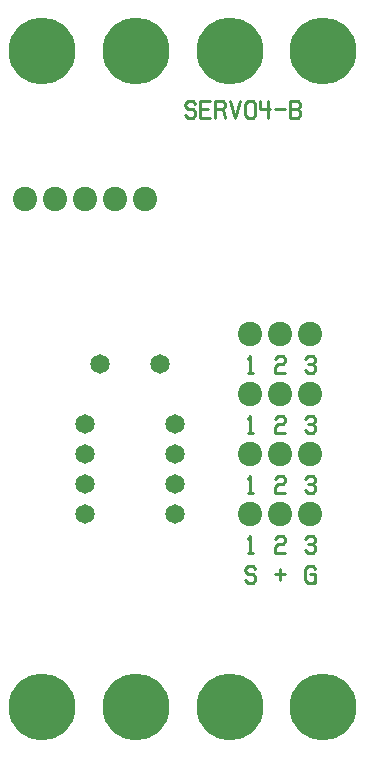
<source format=gtl>
%MOIN*%
%FSLAX25Y25*%
G04 D10 used for Character Trace; *
G04     Circle (OD=.01000) (No hole)*
G04 D11 used for Power Trace; *
G04     Circle (OD=.06700) (No hole)*
G04 D12 used for Signal Trace; *
G04     Circle (OD=.01100) (No hole)*
G04 D13 used for Via; *
G04     Circle (OD=.05800) (Round. Hole ID=.02800)*
G04 D14 used for Component hole; *
G04     Circle (OD=.06500) (Round. Hole ID=.03500)*
G04 D15 used for Component hole; *
G04     Circle (OD=.06700) (Round. Hole ID=.04300)*
G04 D16 used for Component hole; *
G04     Circle (OD=.08100) (Round. Hole ID=.05100)*
G04 D17 used for Component hole; *
G04     Circle (OD=.08900) (Round. Hole ID=.05900)*
G04 D18 used for Component hole; *
G04     Circle (OD=.11300) (Round. Hole ID=.08300)*
G04 D19 used for Component hole; *
G04     Circle (OD=.16000) (Round. Hole ID=.13000)*
G04 D20 used for Component hole; *
G04     Circle (OD=.18300) (Round. Hole ID=.15300)*
G04 D21 used for Component hole; *
G04     Circle (OD=.22291) (Round. Hole ID=.19291)*
%ADD10C,.01000*%
%ADD11C,.06700*%
%ADD12C,.01100*%
%ADD13C,.05800*%
%ADD14C,.06500*%
%ADD15C,.06700*%
%ADD16C,.08100*%
%ADD17C,.08900*%
%ADD18C,.11300*%
%ADD19C,.16000*%
%ADD20C,.18300*%
%ADD21C,.22291*%
%IPPOS*%
%LPD*%
G90*X0Y0D02*D21*X15625Y15625D03*X46875D03*D14*    
X60000Y80000D03*X30000D03*D21*X78125Y15625D03*D10*
X86674Y61914D02*X85837Y62871D01*X84163D01*        
X83326Y61914D01*Y60957D01*X84163Y60000D01*        
X85837D01*X86674Y59043D01*Y58086D01*              
X85837Y57129D01*X84163D01*X83326Y58086D01*        
X84163Y71914D02*X85000Y72871D01*Y67129D01*        
X84163D02*X85837D01*D16*X85000Y80000D03*D10*      
X84163Y91914D02*X85000Y92871D01*Y87129D01*        
X84163D02*X85837D01*D14*X60000Y90000D03*X30000D03*
D10*X93326Y60000D02*X96674D01*X95000Y61914D02*    
Y58086D01*X93326Y71914D02*X94163Y72871D01*        
X95837D01*X96674Y71914D01*Y70957D01*              
X95837Y70000D01*X94163D01*X93326Y69043D01*        
Y67129D01*X96674D01*D16*X95000Y80000D03*D10*      
X93326Y91914D02*X94163Y92871D01*X95837D01*        
X96674Y91914D01*Y90957D01*X95837Y90000D01*        
X94163D01*X93326Y89043D01*Y87129D01*X96674D01*D16*
X95000Y100000D03*X85000D03*D14*X60000D03*         
X30000D03*D10*X106674Y58086D02*X105837Y57129D01*  
X104163D01*X103326Y58086D01*Y61914D01*            
X104163Y62871D01*X105837D01*X106674Y61914D01*     
X105000Y60000D02*X106674D01*Y57129D01*            
X103326Y71914D02*X104163Y72871D01*X105837D01*     
X106674Y71914D01*Y70957D01*X105837Y70000D01*      
X104163D01*X105837D02*X106674Y69043D01*Y68086D01* 
X105837Y67129D01*X104163D01*X103326Y68086D01*D16* 
X105000Y80000D03*D10*X103326Y91914D02*            
X104163Y92871D01*X105837D01*X106674Y91914D01*     
Y90957D01*X105837Y90000D01*X104163D01*X105837D02* 
X106674Y89043D01*Y88086D01*X105837Y87129D01*      
X104163D01*X103326Y88086D01*D16*X105000Y100000D03*
D10*X103326Y111914D02*X104163Y112871D01*          
X105837D01*X106674Y111914D01*Y110957D01*          
X105837Y110000D01*X104163D01*X105837D02*          
X106674Y109043D01*Y108086D01*X105837Y107129D01*   
X104163D01*X103326Y108086D01*X93326Y111914D02*    
X94163Y112871D01*X95837D01*X96674Y111914D01*      
Y110957D01*X95837Y110000D01*X94163D01*            
X93326Y109043D01*Y107129D01*X96674D01*            
X84163Y111914D02*X85000Y112871D01*Y107129D01*     
X84163D02*X85837D01*D14*X60000Y110000D03*         
X30000D03*D21*X109375Y15625D03*D16*               
X105000Y120000D03*X95000D03*X85000D03*D10*        
X103326Y131914D02*X104163Y132871D01*X105837D01*   
X106674Y131914D01*Y130957D01*X105837Y130000D01*   
X104163D01*X105837D02*X106674Y129043D01*          
Y128086D01*X105837Y127129D01*X104163D01*          
X103326Y128086D01*X93326Y131914D02*               
X94163Y132871D01*X95837D01*X96674Y131914D01*      
Y130957D01*X95837Y130000D01*X94163D01*            
X93326Y129043D01*Y127129D01*X96674D01*            
X84163Y131914D02*X85000Y132871D01*Y127129D01*     
X84163D02*X85837D01*D14*X55000Y130000D03*         
X35000D03*D16*X105000Y140000D03*X95000D03*        
X85000D03*X50000Y185000D03*X40000D03*X30000D03*   
X20000D03*X10000D03*D10*X66674Y216914D02*         
X65837Y217871D01*X64163D01*X63326Y216914D01*      
Y215957D01*X64163Y215000D01*X65837D01*            
X66674Y214043D01*Y213086D01*X65837Y212129D01*     
X64163D01*X63326Y213086D01*X71674Y212129D02*      
X68326D01*Y217871D01*X71674D01*X68326Y215000D02*  
X70837D01*X73326Y212129D02*Y217871D01*X75837D01*  
X76674Y216914D01*Y215957D01*X75837Y215000D01*     
X73326D01*X75837D02*X76674Y212129D01*             
X78326Y217871D02*X80000Y212129D01*                
X81674Y217871D01*X86674Y213086D02*                
X85837Y212129D01*X84163D01*X83326Y213086D01*      
Y216914D01*X84163Y217871D01*X85837D01*            
X86674Y216914D01*Y213086D01*X90837Y217871D02*     
Y212129D01*X88326Y217871D02*Y215000D01*X91674D01* 
X93326D02*X96674D01*X98326Y212129D02*Y217871D01*  
X100837D01*X101674Y216914D01*Y215957D01*          
X100837Y215000D01*X101674Y214043D01*Y213086D01*   
X100837Y212129D01*X98326D01*Y215000D02*X100837D01*
D21*X109375Y234375D03*X78125D03*X46875D03*        
X15625D03*M02*                                    

</source>
